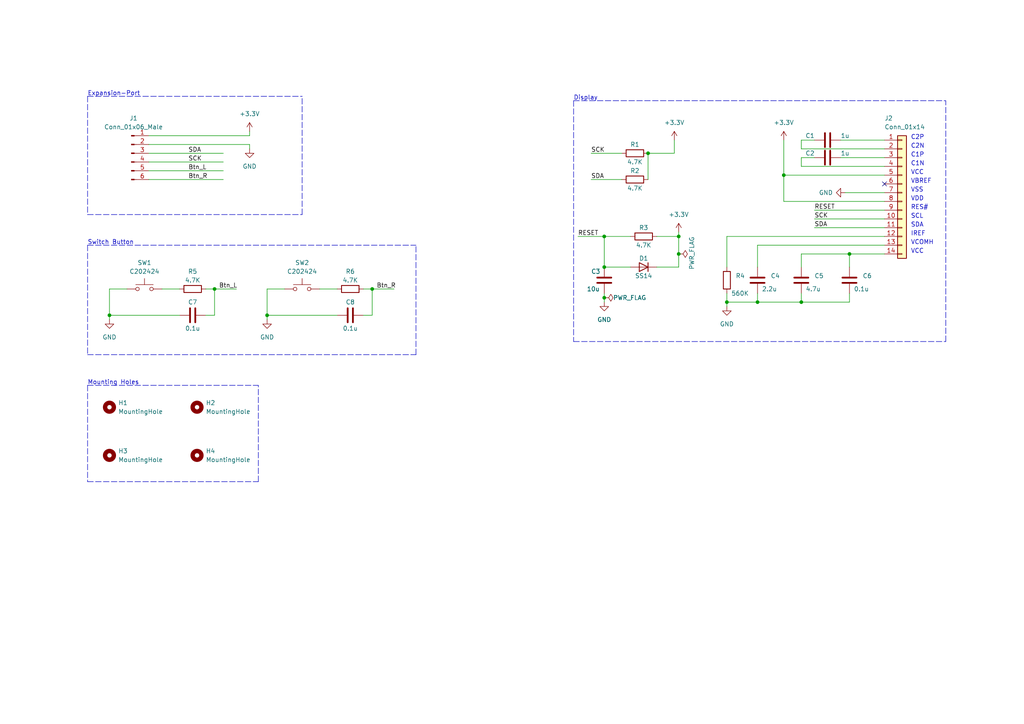
<source format=kicad_sch>
(kicad_sch (version 20211123) (generator eeschema)
  (paper "A4")
  (title_block (title "IO-Board") (date "2023-02-14") (rev "1.0") (company "Fabian Kuffer"))
  (lib_symbols
    (symbol "Connector:Conn_01x06_Male" (pin_names (offset 1.016) hide)
      (property "Reference" "J" (at 0 7.62 0))
      (property "Value" "Conn_01x06_Male" (at 0 -10.16 0))
      (symbol "Conn_01x06_Male_1_1"
        (polyline (pts (xy 1.27 -7.62) (xy 0.8636 -7.62)) (stroke (width 0.1524)))
        (polyline (pts (xy 1.27 -5.08) (xy 0.8636 -5.08)) (stroke (width 0.1524)))
        (polyline (pts (xy 1.27 -2.54) (xy 0.8636 -2.54)) (stroke (width 0.1524)))
        (polyline (pts (xy 1.27 0) (xy 0.8636 0)) (stroke (width 0.1524)))
        (polyline (pts (xy 1.27 2.54) (xy 0.8636 2.54)) (stroke (width 0.1524)))
        (polyline (pts (xy 1.27 5.08) (xy 0.8636 5.08)) (stroke (width 0.1524)))
        (rectangle (start 0.8636 -7.493) (end 0 -7.747) (stroke (width 0.1524)) (fill (type outline)))
        (rectangle (start 0.8636 -4.953) (end 0 -5.207) (stroke (width 0.1524)) (fill (type outline)))
        (rectangle (start 0.8636 -2.413) (end 0 -2.667) (stroke (width 0.1524)) (fill (type outline)))
        (rectangle (start 0.8636 0.127) (end 0 -0.127) (stroke (width 0.1524)) (fill (type outline)))
        (rectangle (start 0.8636 2.667) (end 0 2.413) (stroke (width 0.1524)) (fill (type outline)))
        (rectangle (start 0.8636 5.207) (end 0 4.953) (stroke (width 0.1524)) (fill (type outline)))
        (pin passive line (at 5.08 5.08 180) (length 3.81) (name "Pin_1") (number "1"))
        (pin passive line (at 5.08 2.54 180) (length 3.81) (name "Pin_2") (number "2"))
        (pin passive line (at 5.08 0 180) (length 3.81) (name "Pin_3") (number "3"))
        (pin passive line (at 5.08 -2.54 180) (length 3.81) (name "Pin_4") (number "4"))
        (pin passive line (at 5.08 -5.08 180) (length 3.81) (name "Pin_5") (number "5"))
        (pin passive line (at 5.08 -7.62 180) (length 3.81) (name "Pin_6") (number "6"))
      )
    )
    (symbol "Connector_Generic:Conn_01x14" (pin_names (offset 1.016) hide)
      (property "Reference" "J" (at 0 17.78 0))
      (property "Value" "Conn_01x14" (at 0 -20.32 0))
      (symbol "Conn_01x14_1_1"
        (rectangle (start -1.27 -17.653) (end 0 -17.907) (stroke (width 0.1524)))
        (rectangle (start -1.27 -15.113) (end 0 -15.367) (stroke (width 0.1524)))
        (rectangle (start -1.27 -12.573) (end 0 -12.827) (stroke (width 0.1524)))
        (rectangle (start -1.27 -10.033) (end 0 -10.287) (stroke (width 0.1524)))
        (rectangle (start -1.27 -7.493) (end 0 -7.747) (stroke (width 0.1524)))
        (rectangle (start -1.27 -4.953) (end 0 -5.207) (stroke (width 0.1524)))
        (rectangle (start -1.27 -2.413) (end 0 -2.667) (stroke (width 0.1524)))
        (rectangle (start -1.27 0.127) (end 0 -0.127) (stroke (width 0.1524)))
        (rectangle (start -1.27 2.667) (end 0 2.413) (stroke (width 0.1524)))
        (rectangle (start -1.27 5.207) (end 0 4.953) (stroke (width 0.1524)))
        (rectangle (start -1.27 7.747) (end 0 7.493) (stroke (width 0.1524)))
        (rectangle (start -1.27 10.287) (end 0 10.033) (stroke (width 0.1524)))
        (rectangle (start -1.27 12.827) (end 0 12.573) (stroke (width 0.1524)))
        (rectangle (start -1.27 15.367) (end 0 15.113) (stroke (width 0.1524)))
        (rectangle (start -1.27 16.51) (end 1.27 -19.05) (stroke (width 0.254)) (fill (type background)))
        (pin passive line (at -5.08 15.24 0) (length 3.81) (name "Pin_1") (number "1"))
        (pin passive line (at -5.08 -7.62 0) (length 3.81) (name "Pin_10") (number "10"))
        (pin passive line (at -5.08 -10.16 0) (length 3.81) (name "Pin_11") (number "11"))
        (pin passive line (at -5.08 -12.7 0) (length 3.81) (name "Pin_12") (number "12"))
        (pin passive line (at -5.08 -15.24 0) (length 3.81) (name "Pin_13") (number "13"))
        (pin passive line (at -5.08 -17.78 0) (length 3.81) (name "Pin_14") (number "14"))
        (pin passive line (at -5.08 12.7 0) (length 3.81) (name "Pin_2") (number "2"))
        (pin passive line (at -5.08 10.16 0) (length 3.81) (name "Pin_3") (number "3"))
        (pin passive line (at -5.08 7.62 0) (length 3.81) (name "Pin_4") (number "4"))
        (pin passive line (at -5.08 5.08 0) (length 3.81) (name "Pin_5") (number "5"))
        (pin passive line (at -5.08 2.54 0) (length 3.81) (name "Pin_6") (number "6"))
        (pin passive line (at -5.08 0 0) (length 3.81) (name "Pin_7") (number "7"))
        (pin passive line (at -5.08 -2.54 0) (length 3.81) (name "Pin_8") (number "8"))
        (pin passive line (at -5.08 -5.08 0) (length 3.81) (name "Pin_9") (number "9"))
      )
    )
    (symbol "Device:C" (pin_numbers hide) (pin_names (offset 0.254))
      (property "Reference" "C" (at 0.635 2.54 0))
      (property "Value" "C" (at 0.635 -2.54 0))
      (symbol "C_0_1"
        (polyline (pts (xy -2.032 -0.762) (xy 2.032 -0.762)) (stroke (width 0.508)))
        (polyline (pts (xy -2.032 0.762) (xy 2.032 0.762)) (stroke (width 0.508)))
      )
      (symbol "C_1_1"
        (pin passive line (at 0 3.81 270) (length 2.794) (name "~") (number "1"))
        (pin passive line (at 0 -3.81 90) (length 2.794) (name "~") (number "2"))
      )
    )
    (symbol "Device:D" (pin_numbers hide) (pin_names (offset 1.016) hide)
      (property "Reference" "D" (at 0 2.54 0))
      (property "Value" "D" (at 0 -2.54 0))
      (symbol "D_0_1"
        (polyline (pts (xy -1.27 1.27) (xy -1.27 -1.27)) (stroke (width 0.254)))
        (polyline (pts (xy 1.27 0) (xy -1.27 0)))
        (polyline (pts (xy 1.27 1.27) (xy 1.27 -1.27) (xy -1.27 0) (xy 1.27 1.27)) (stroke (width 0.254)))
      )
      (symbol "D_1_1"
        (pin passive line (at -3.81 0 0) (length 2.54) (name "K") (number "1"))
        (pin passive line (at 3.81 0 180) (length 2.54) (name "A") (number "2"))
      )
    )
    (symbol "Device:R" (pin_numbers hide) (pin_names (offset 0))
      (property "Reference" "R" (at 2.032 0 90))
      (property "Value" "R" (at 0 0 90))
      (symbol "R_0_1"
        (rectangle (start -1.016 -2.54) (end 1.016 2.54) (stroke (width 0.254)))
      )
      (symbol "R_1_1"
        (pin passive line (at 0 3.81 270) (length 1.27) (name "~") (number "1"))
        (pin passive line (at 0 -3.81 90) (length 1.27) (name "~") (number "2"))
      )
    )
    (symbol "Mechanical:MountingHole" (pin_names (offset 1.016))
      (property "Reference" "H" (at 0 5.08 0))
      (property "Value" "MountingHole" (at 0 3.175 0))
      (symbol "MountingHole_0_1"
        (circle (center 0 0) (radius 1.27) (stroke (width 1.27)))
      )
    )
    (symbol "Switch:SW_Push" (pin_numbers hide) (pin_names (offset 1.016) hide)
      (property "Reference" "SW" (at 1.27 2.54 0))
      (property "Value" "SW_Push" (at 0 -1.524 0))
      (symbol "SW_Push_0_1"
        (circle (center -2.032 0) (radius 0.508))
        (polyline (pts (xy 0 1.27) (xy 0 3.048)))
        (polyline (pts (xy 2.54 1.27) (xy -2.54 1.27)))
        (circle (center 2.032 0) (radius 0.508))
        (pin passive line (at -5.08 0 0) (length 2.54) (name "1") (number "1"))
        (pin passive line (at 5.08 0 180) (length 2.54) (name "2") (number "2"))
      )
    )
    (symbol "power:+3.3V" (power) (pin_names (offset 0))
      (property "Value" "+3.3V" (at 0 3.556 0))
      (symbol "+3.3V_0_1"
        (polyline (pts (xy -0.762 1.27) (xy 0 2.54)))
        (polyline (pts (xy 0 0) (xy 0 2.54)))
        (polyline (pts (xy 0 2.54) (xy 0.762 1.27)))
      )
      (symbol "+3.3V_1_1"
        (pin power_in line (at 0 0 90) (length 0) hide (name "+3.3V") (number "1"))
      )
    )
    (symbol "power:GND" (power) (pin_names (offset 0))
      (property "Value" "GND" (at 0 -3.81 0))
      (symbol "GND_0_1"
        (polyline (pts (xy 0 0) (xy 0 -1.27) (xy 1.27 -1.27) (xy 0 -2.54) (xy -1.27 -1.27) (xy 0 -1.27)))
      )
      (symbol "GND_1_1"
        (pin power_in line (at 0 0 270) (length 0) hide (name "GND") (number "1"))
      )
    )
    (symbol "power:PWR_FLAG" (power) (pin_numbers hide) (pin_names (offset 0) hide)
      (property "Value" "PWR_FLAG" (at 0 3.81 0))
      (symbol "PWR_FLAG_0_0"
        (pin power_out line (at 0 0 90) (length 0) (name "pwr") (number "1"))
      )
      (symbol "PWR_FLAG_0_1"
        (polyline (pts (xy 0 0) (xy 0 1.27) (xy -1.016 1.905) (xy 0 2.54) (xy 1.016 1.905) (xy 0 1.27)))
      )
    )
  )
  (junction (at 77.47 91.44))
  (junction (at 175.26 86.36))
  (junction (at 227.33 50.8))
  (junction (at 62.23 83.82))
  (junction (at 219.71 87.63))
  (junction (at 31.75 91.44))
  (junction (at 232.41 87.63))
  (junction (at 210.82 87.63))
  (junction (at 196.85 73.66))
  (junction (at 107.95 83.82))
  (junction (at 187.96 44.45))
  (junction (at 246.38 73.66))
  (junction (at 196.85 68.58))
  (junction (at 175.26 77.47))
  (junction (at 175.26 68.58))
  (no_connect (at 256.54 53.34))
  (wire (pts (xy 62.23 83.82) (xy 68.58 83.82)))
  (wire (pts (xy 107.95 83.82) (xy 114.3 83.82)))
  (wire (pts (xy 187.96 44.45) (xy 195.58 44.45)))
  (wire (pts (xy 236.22 60.96) (xy 256.54 60.96)))
  (polyline (pts (xy 25.4 27.94) (xy 25.4 62.23)))
  (wire (pts (xy 256.54 50.8) (xy 227.33 50.8)))
  (wire (pts (xy 72.39 41.91) (xy 72.39 43.18)))
  (wire (pts (xy 43.18 49.53) (xy 64.77 49.53)))
  (wire (pts (xy 175.26 85.09) (xy 175.26 86.36)))
  (wire (pts (xy 43.18 44.45) (xy 64.77 44.45)))
  (wire (pts (xy 77.47 91.44) (xy 77.47 92.71)))
  (wire (pts (xy 36.83 83.82) (xy 31.75 83.82)))
  (wire (pts (xy 167.64 68.58) (xy 175.26 68.58)))
  (wire (pts (xy 232.41 87.63) (xy 232.41 85.09)))
  (wire (pts (xy 46.99 83.82) (xy 52.07 83.82)))
  (wire (pts (xy 219.71 85.09) (xy 219.71 87.63)))
  (wire (pts (xy 210.82 68.58) (xy 210.82 77.47)))
  (polyline (pts (xy 25.4 71.12) (xy 120.65 71.12)))
  (wire (pts (xy 175.26 68.58) (xy 175.26 77.47)))
  (wire (pts (xy 175.26 68.58) (xy 182.88 68.58)))
  (wire (pts (xy 59.69 91.44) (xy 62.23 91.44)))
  (wire (pts (xy 232.41 73.66) (xy 246.38 73.66)))
  (polyline (pts (xy 120.65 102.87) (xy 120.65 71.12)))
  (wire (pts (xy 190.5 68.58) (xy 196.85 68.58)))
  (wire (pts (xy 256.54 68.58) (xy 210.82 68.58)))
  (wire (pts (xy 107.95 83.82) (xy 105.41 83.82)))
  (polyline (pts (xy 25.4 71.12) (xy 25.4 102.87)))
  (wire (pts (xy 171.45 44.45) (xy 180.34 44.45)))
  (wire (pts (xy 232.41 43.18) (xy 232.41 40.64)))
  (wire (pts (xy 77.47 91.44) (xy 97.79 91.44)))
  (wire (pts (xy 171.45 52.07) (xy 180.34 52.07)))
  (wire (pts (xy 72.39 38.1) (xy 72.39 39.37)))
  (wire (pts (xy 31.75 83.82) (xy 31.75 91.44)))
  (wire (pts (xy 246.38 73.66) (xy 256.54 73.66)))
  (wire (pts (xy 62.23 83.82) (xy 59.69 83.82)))
  (wire (pts (xy 62.23 91.44) (xy 62.23 83.82)))
  (wire (pts (xy 219.71 87.63) (xy 210.82 87.63)))
  (wire (pts (xy 232.41 48.26) (xy 232.41 45.72)))
  (wire (pts (xy 243.84 40.64) (xy 256.54 40.64)))
  (wire (pts (xy 43.18 41.91) (xy 72.39 41.91)))
  (wire (pts (xy 196.85 73.66) (xy 196.85 77.47)))
  (wire (pts (xy 196.85 68.58) (xy 196.85 73.66)))
  (wire (pts (xy 175.26 77.47) (xy 182.88 77.47)))
  (polyline (pts (xy 87.63 62.23) (xy 87.63 27.94)))
  (wire (pts (xy 210.82 87.63) (xy 210.82 88.9)))
  (wire (pts (xy 245.11 55.88) (xy 256.54 55.88)))
  (polyline (pts (xy 166.37 29.21) (xy 166.37 99.06)))
  (wire (pts (xy 43.18 46.99) (xy 64.77 46.99)))
  (wire (pts (xy 227.33 40.64) (xy 227.33 50.8)))
  (wire (pts (xy 43.18 39.37) (xy 72.39 39.37)))
  (polyline (pts (xy 25.4 27.94) (xy 87.63 27.94)))
  (polyline (pts (xy 74.93 139.7) (xy 74.93 111.76)))
  (wire (pts (xy 232.41 87.63) (xy 246.38 87.63)))
  (wire (pts (xy 219.71 87.63) (xy 232.41 87.63)))
  (wire (pts (xy 256.54 58.42) (xy 227.33 58.42)))
  (wire (pts (xy 246.38 85.09) (xy 246.38 87.63)))
  (wire (pts (xy 92.71 83.82) (xy 97.79 83.82)))
  (wire (pts (xy 232.41 40.64) (xy 236.22 40.64)))
  (wire (pts (xy 256.54 71.12) (xy 219.71 71.12)))
  (wire (pts (xy 243.84 45.72) (xy 256.54 45.72)))
  (wire (pts (xy 175.26 86.36) (xy 175.26 87.63)))
  (polyline (pts (xy 166.37 99.06) (xy 274.32 99.06)))
  (polyline (pts (xy 25.4 62.23) (xy 87.63 62.23)))
  (wire (pts (xy 107.95 91.44) (xy 107.95 83.82)))
  (polyline (pts (xy 274.32 99.06) (xy 274.32 29.21)))
  (wire (pts (xy 256.54 48.26) (xy 232.41 48.26)))
  (wire (pts (xy 246.38 73.66) (xy 246.38 77.47)))
  (wire (pts (xy 77.47 83.82) (xy 77.47 91.44)))
  (wire (pts (xy 232.41 77.47) (xy 232.41 73.66)))
  (wire (pts (xy 43.18 52.07) (xy 64.77 52.07)))
  (polyline (pts (xy 25.4 111.76) (xy 25.4 139.7)))
  (wire (pts (xy 227.33 50.8) (xy 227.33 58.42)))
  (wire (pts (xy 105.41 91.44) (xy 107.95 91.44)))
  (wire (pts (xy 219.71 71.12) (xy 219.71 77.47)))
  (wire (pts (xy 196.85 67.31) (xy 196.85 68.58)))
  (wire (pts (xy 82.55 83.82) (xy 77.47 83.82)))
  (polyline (pts (xy 25.4 102.87) (xy 120.65 102.87)))
  (wire (pts (xy 195.58 40.64) (xy 195.58 44.45)))
  (wire (pts (xy 210.82 85.09) (xy 210.82 87.63)))
  (wire (pts (xy 31.75 91.44) (xy 31.75 92.71)))
  (wire (pts (xy 31.75 91.44) (xy 52.07 91.44)))
  (wire (pts (xy 232.41 45.72) (xy 236.22 45.72)))
  (polyline (pts (xy 166.37 29.21) (xy 274.32 29.21)))
  (polyline (pts (xy 25.4 111.76) (xy 74.93 111.76)))
  (wire (pts (xy 256.54 43.18) (xy 232.41 43.18)))
  (wire (pts (xy 187.96 44.45) (xy 187.96 52.07)))
  (wire (pts (xy 196.85 77.47) (xy 190.5 77.47)))
  (wire (pts (xy 236.22 66.04) (xy 256.54 66.04)))
  (wire (pts (xy 236.22 63.5) (xy 256.54 63.5)))
  (polyline (pts (xy 25.4 139.7) (xy 74.93 139.7)))
  (text "C1N" (at 264.16 48.26 0) (effects (font (size 1.27 1.27)) (justify left bottom)))
  (text "VSS" (at 264.16 55.88 0) (effects (font (size 1.27 1.27)) (justify left bottom)))
  (text "SDA\n" (at 264.16 66.04 0) (effects (font (size 1.27 1.27)) (justify left bottom)))
  (text "Expansion-Port" (at 25.4 27.94 0) (effects (font (size 1.27 1.27)) (justify left bottom)))
  (text "Mounting Holes\n" (at 25.4 111.76 0) (effects (font (size 1.27 1.27)) (justify left bottom)))
  (text "VCOMH\n" (at 264.16 71.12 0) (effects (font (size 1.27 1.27)) (justify left bottom)))
  (text "C1P\n" (at 264.16 45.72 0) (effects (font (size 1.27 1.27)) (justify left bottom)))
  (text "Display\n" (at 166.37 29.21 0) (effects (font (size 1.27 1.27)) (justify left bottom)))
  (text "IREF\n" (at 264.16 68.58 0) (effects (font (size 1.27 1.27)) (justify left bottom)))
  (text "Switch Button\n" (at 25.4 71.12 0) (effects (font (size 1.27 1.27)) (justify left bottom)))
  (text "C2P\n" (at 264.16 40.64 0) (effects (font (size 1.27 1.27)) (justify left bottom)))
  (text "VDD\n" (at 264.16 58.42 0) (effects (font (size 1.27 1.27)) (justify left bottom)))
  (text "SCL\n" (at 264.16 63.5 0) (effects (font (size 1.27 1.27)) (justify left bottom)))
  (text "VCC\n" (at 264.16 50.8 0) (effects (font (size 1.27 1.27)) (justify left bottom)))
  (text "VBREF\n" (at 264.16 53.34 0) (effects (font (size 1.27 1.27)) (justify left bottom)))
  (text "VCC\n" (at 264.16 73.66 0) (effects (font (size 1.27 1.27)) (justify left bottom)))
  (text "RES#\n" (at 264.16 60.96 0) (effects (font (size 1.27 1.27)) (justify left bottom)))
  (text "C2N\n" (at 264.16 43.18 0) (effects (font (size 1.27 1.27)) (justify left bottom)))
  (label "SDA" (at 171.45 52.07 0))
  (label "Btn_L" (at 63.5 83.82 0))
  (label "SDA" (at 54.61 44.45 0))
  (label "RESET" (at 236.22 60.96 0))
  (label "Btn_R" (at 109.22 83.82 0))
  (label "SCK" (at 54.61 46.99 0))
  (label "SCK" (at 236.22 63.5 0))
  (label "Btn_R" (at 54.61 52.07 0))
  (label "RESET" (at 167.64 68.58 0))
  (label "SDA" (at 236.22 66.04 0))
  (label "Btn_L" (at 54.61 49.53 0))
  (label "SCK" (at 171.45 44.45 0))
  (symbol (lib_id "power:GND") (at 245.11 55.88 270) (unit 1)
    (property "Reference" "#PWR0108" (effects hide))
    (property "Value" "GND" (at 237.49 55.88 90) (effects (justify left)))
  )
  (symbol (lib_id "power:GND") (at 175.26 87.63 0) (unit 1)
    (property "Reference" "#PWR0105" (effects hide))
    (property "Value" "GND" (at 175.26 92.71 0))
  )
  (symbol (lib_id "Device:C") (at 101.6 91.44 90) (unit 1)
    (property "Reference" "C8" (at 101.6 87.63 90))
    (property "Value" "0.1u" (at 101.6 95.25 90))
    (property "Footprint" "Capacitor_SMD:C_0402_1005Metric_Pad0.74x0.62mm_HandSolder" (effects hide))
  )
  (symbol (lib_id "Mechanical:MountingHole") (at 57.15 132.08 0) (unit 1)
    (property "Reference" "H4" (at 59.69 130.8099 0) (effects (justify left)))
    (property "Value" "MountingHole" (at 59.69 133.3499 0) (effects (justify left)))
    (property "Footprint" "MountingHole:MountingHole_2.2mm_M2" (effects hide))
  )
  (symbol (lib_id "power:PWR_FLAG") (at 175.26 86.36 270) (unit 1)
    (property "Reference" "#FLG0102" (effects hide))
    (property "Value" "PWR_FLAG" (at 177.8 86.36 90) (effects (justify left)))
  )
  (symbol (lib_id "Device:C") (at 55.88 91.44 90) (unit 1)
    (property "Reference" "C7" (at 55.88 87.63 90))
    (property "Value" "0.1u" (at 55.88 95.25 90))
    (property "Footprint" "Capacitor_SMD:C_0402_1005Metric_Pad0.74x0.62mm_HandSolder" (effects hide))
  )
  (symbol (lib_id "power:GND") (at 210.82 88.9 0) (unit 1)
    (property "Reference" "#PWR0103" (effects hide))
    (property "Value" "GND" (at 210.82 93.98 0))
  )
  (symbol (lib_id "Device:R") (at 210.82 81.28 0) (unit 1)
    (property "Reference" "R4" (at 213.36 80.01 0) (effects (justify left)))
    (property "Value" "560K" (at 212.09 85.09 0) (effects (justify left)))
    (property "Footprint" "Resistor_SMD:R_0402_1005Metric" (effects hide))
  )
  (symbol (lib_id "power:+3.3V") (at 72.39 38.1 0) (unit 1)
    (property "Reference" "#PWR0110" (effects hide))
    (property "Value" "+3.3V" (at 72.39 33.02 0))
  )
  (symbol (lib_id "power:GND") (at 31.75 92.71 0) (unit 1)
    (property "Reference" "#PWR0106" (effects hide))
    (property "Value" "GND" (at 31.75 97.79 0))
  )
  (symbol (lib_id "Device:D") (at 186.69 77.47 180) (unit 1)
    (property "Reference" "D1" (at 186.69 74.93 0))
    (property "Value" "SS14" (at 186.69 80.01 0))
    (property "Footprint" "Diode_SMD:D_SMA" (effects hide))
  )
  (symbol (lib_id "Device:R") (at 186.69 68.58 90) (unit 1)
    (property "Reference" "R3" (at 186.69 66.04 90))
    (property "Value" "4.7K" (at 186.69 71.12 90))
    (property "Footprint" "Resistor_SMD:R_0402_1005Metric" (effects hide))
  )
  (symbol (lib_id "Switch:SW_Push") (at 87.63 83.82 0) (unit 1)
    (property "Reference" "SW2" (at 87.63 76.2 0))
    (property "Value" "C202424" (at 87.63 78.74 0))
    (property "Footprint" "Button_Switch_SMD:SW_SPST_SKQG_WithStem" (effects hide))
  )
  (symbol (lib_id "Mechanical:MountingHole") (at 57.15 118.11 0) (unit 1)
    (property "Reference" "H2" (at 59.69 116.8399 0) (effects (justify left)))
    (property "Value" "MountingHole" (at 59.69 119.3799 0) (effects (justify left)))
    (property "Footprint" "MountingHole:MountingHole_2.2mm_M2" (effects hide))
  )
  (symbol (lib_id "power:GND") (at 77.47 92.71 0) (unit 1)
    (property "Reference" "#PWR0107" (effects hide))
    (property "Value" "GND" (at 77.47 97.79 0))
  )
  (symbol (lib_id "Device:C") (at 219.71 81.28 0) (unit 1)
    (property "Reference" "C4" (at 223.52 80.0099 0) (effects (justify left)))
    (property "Value" "2.2u" (at 220.98 83.82 0) (effects (justify left)))
    (property "Footprint" "Capacitor_SMD:C_0402_1005Metric_Pad0.74x0.62mm_HandSolder" (effects hide))
  )
  (symbol (lib_id "Device:R") (at 184.15 52.07 90) (unit 1)
    (property "Reference" "R2" (at 184.15 49.53 90))
    (property "Value" "4.7K" (at 184.15 54.61 90))
    (property "Footprint" "Resistor_SMD:R_0402_1005Metric" (effects hide))
  )
  (symbol (lib_id "Device:C") (at 240.03 45.72 270) (unit 1)
    (property "Reference" "C2" (at 234.95 44.45 90))
    (property "Value" "1u" (at 245.11 44.45 90))
    (property "Footprint" "Capacitor_SMD:C_0805_2012Metric_Pad1.18x1.45mm_HandSolder" (effects hide))
  )
  (symbol (lib_id "power:GND") (at 72.39 43.18 0) (unit 1)
    (property "Reference" "#PWR0109" (effects hide))
    (property "Value" "GND" (at 72.39 48.26 0))
  )
  (symbol (lib_id "Device:R") (at 184.15 44.45 90) (unit 1)
    (property "Reference" "R1" (at 184.15 41.91 90))
    (property "Value" "4.7K" (at 184.15 46.99 90))
    (property "Footprint" "Resistor_SMD:R_0402_1005Metric" (effects hide))
  )
  (symbol (lib_id "Device:C") (at 246.38 81.28 0) (unit 1)
    (property "Reference" "C6" (at 250.19 80.0099 0) (effects (justify left)))
    (property "Value" "0.1u" (at 247.65 83.82 0) (effects (justify left)))
    (property "Footprint" "Capacitor_SMD:C_0402_1005Metric_Pad0.74x0.62mm_HandSolder" (effects hide))
  )
  (symbol (lib_id "Device:C") (at 240.03 40.64 270) (unit 1)
    (property "Reference" "C1" (at 234.95 39.37 90))
    (property "Value" "1u" (at 245.11 39.37 90))
    (property "Footprint" "Capacitor_SMD:C_0805_2012Metric_Pad1.18x1.45mm_HandSolder" (effects hide))
  )
  (symbol (lib_id "Device:C") (at 175.26 81.28 0) (unit 1)
    (property "Reference" "C3" (at 171.45 78.74 0) (effects (justify left)))
    (property "Value" "10u" (at 170.18 83.82 0) (effects (justify left)))
    (property "Footprint" "Capacitor_SMD:C_0402_1005Metric_Pad0.74x0.62mm_HandSolder" (effects hide))
  )
  (symbol (lib_id "Device:R") (at 101.6 83.82 90) (unit 1)
    (property "Reference" "R6" (at 101.6 78.74 90))
    (property "Value" "4.7K" (at 101.6 81.28 90))
    (property "Footprint" "Resistor_SMD:R_0402_1005Metric" (effects hide))
  )
  (symbol (lib_id "power:+3.3V") (at 195.58 40.64 0) (unit 1)
    (property "Reference" "#PWR0102" (effects hide))
    (property "Value" "+3.3V" (at 195.58 35.56 0))
  )
  (symbol (lib_id "Mechanical:MountingHole") (at 31.75 118.11 0) (unit 1)
    (property "Reference" "H1" (at 34.29 116.8399 0) (effects (justify left)))
    (property "Value" "MountingHole" (at 34.29 119.3799 0) (effects (justify left)))
    (property "Footprint" "MountingHole:MountingHole_2.2mm_M2" (effects hide))
  )
  (symbol (lib_id "Device:C") (at 232.41 81.28 0) (unit 1)
    (property "Reference" "C5" (at 236.22 80.0099 0) (effects (justify left)))
    (property "Value" "4.7u" (at 233.68 83.82 0) (effects (justify left)))
    (property "Footprint" "Capacitor_SMD:C_0402_1005Metric_Pad0.74x0.62mm_HandSolder" (effects hide))
  )
  (symbol (lib_id "Mechanical:MountingHole") (at 31.75 132.08 0) (unit 1)
    (property "Reference" "H3" (at 34.29 130.8099 0) (effects (justify left)))
    (property "Value" "MountingHole" (at 34.29 133.3499 0) (effects (justify left)))
    (property "Footprint" "MountingHole:MountingHole_2.2mm_M2" (effects hide))
  )
  (symbol (lib_id "power:+3.3V") (at 227.33 40.64 0) (unit 1)
    (property "Reference" "#PWR0101" (effects hide))
    (property "Value" "+3.3V" (at 227.33 35.56 0))
  )
  (symbol (lib_id "power:+3.3V") (at 196.85 67.31 0) (unit 1)
    (property "Reference" "#PWR0104" (effects hide))
    (property "Value" "+3.3V" (at 196.85 62.23 0))
  )
  (symbol (lib_id "power:PWR_FLAG") (at 196.85 73.66 270) (unit 1)
    (property "Reference" "#FLG0101" (effects hide))
    (property "Value" "PWR_FLAG" (at 200.66 68.58 0) (effects (justify left)))
  )
  (symbol (lib_id "Device:R") (at 55.88 83.82 90) (unit 1)
    (property "Reference" "R5" (at 55.88 78.74 90))
    (property "Value" "4.7K" (at 55.88 81.28 90))
    (property "Footprint" "Resistor_SMD:R_0402_1005Metric" (effects hide))
  )
  (symbol (lib_id "Connector:Conn_01x06_Male") (at 38.1 44.45 0) (unit 1)
    (property "Reference" "J1" (at 38.735 34.29 0))
    (property "Value" "Conn_01x06_Male" (at 38.735 36.83 0))
    (property "Footprint" "Connector_JST:JST_GH_SM06B-GHS-TB_1x06-1MP_P1.25mm_Horizontal" (effects hide))
  )
  (symbol (lib_id "Switch:SW_Push") (at 41.91 83.82 0) (unit 1)
    (property "Reference" "SW1" (at 41.91 76.2 0))
    (property "Value" "C202424" (at 41.91 78.74 0))
    (property "Footprint" "Button_Switch_SMD:SW_SPST_SKQG_WithStem" (effects hide))
  )
  (symbol (lib_id "Connector_Generic:Conn_01x14") (at 261.62 55.88 0) (unit 1)
    (property "Reference" "J2" (at 256.54 34.29 0) (effects (justify left)))
    (property "Value" "Conn_01x14" (at 256.54 36.83 0) (effects (justify left)))
    (property "Footprint" "SSD1306:SSD1306_Display_14PIN" (effects hide))
  )
)
</source>
